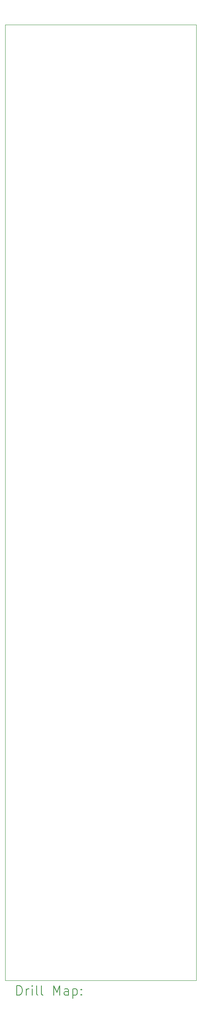
<source format=gbr>
%FSLAX45Y45*%
G04 Gerber Fmt 4.5, Leading zero omitted, Abs format (unit mm)*
G04 Created by KiCad (PCBNEW 6.0.5+dfsg-1~bpo11+1) date 2022-07-21 18:59:06*
%MOMM*%
%LPD*%
G01*
G04 APERTURE LIST*
%TA.AperFunction,Profile*%
%ADD10C,0.100000*%
%TD*%
%ADD11C,0.200000*%
G04 APERTURE END LIST*
D10*
X8382000Y-23559500D02*
X12446000Y-23559500D01*
X12446000Y-3239500D02*
X8382000Y-3239500D01*
X12446000Y-23559500D02*
X12446000Y-3239500D01*
X8382000Y-3239500D02*
X8382000Y-23559500D01*
D11*
X8634619Y-23874976D02*
X8634619Y-23674976D01*
X8682238Y-23674976D01*
X8710810Y-23684500D01*
X8729857Y-23703548D01*
X8739381Y-23722595D01*
X8748905Y-23760690D01*
X8748905Y-23789262D01*
X8739381Y-23827357D01*
X8729857Y-23846405D01*
X8710810Y-23865452D01*
X8682238Y-23874976D01*
X8634619Y-23874976D01*
X8834619Y-23874976D02*
X8834619Y-23741643D01*
X8834619Y-23779738D02*
X8844143Y-23760690D01*
X8853667Y-23751167D01*
X8872714Y-23741643D01*
X8891762Y-23741643D01*
X8958429Y-23874976D02*
X8958429Y-23741643D01*
X8958429Y-23674976D02*
X8948905Y-23684500D01*
X8958429Y-23694024D01*
X8967952Y-23684500D01*
X8958429Y-23674976D01*
X8958429Y-23694024D01*
X9082238Y-23874976D02*
X9063190Y-23865452D01*
X9053667Y-23846405D01*
X9053667Y-23674976D01*
X9187000Y-23874976D02*
X9167952Y-23865452D01*
X9158429Y-23846405D01*
X9158429Y-23674976D01*
X9415571Y-23874976D02*
X9415571Y-23674976D01*
X9482238Y-23817833D01*
X9548905Y-23674976D01*
X9548905Y-23874976D01*
X9729857Y-23874976D02*
X9729857Y-23770214D01*
X9720333Y-23751167D01*
X9701286Y-23741643D01*
X9663190Y-23741643D01*
X9644143Y-23751167D01*
X9729857Y-23865452D02*
X9710810Y-23874976D01*
X9663190Y-23874976D01*
X9644143Y-23865452D01*
X9634619Y-23846405D01*
X9634619Y-23827357D01*
X9644143Y-23808309D01*
X9663190Y-23798786D01*
X9710810Y-23798786D01*
X9729857Y-23789262D01*
X9825095Y-23741643D02*
X9825095Y-23941643D01*
X9825095Y-23751167D02*
X9844143Y-23741643D01*
X9882238Y-23741643D01*
X9901286Y-23751167D01*
X9910810Y-23760690D01*
X9920333Y-23779738D01*
X9920333Y-23836881D01*
X9910810Y-23855928D01*
X9901286Y-23865452D01*
X9882238Y-23874976D01*
X9844143Y-23874976D01*
X9825095Y-23865452D01*
X10006048Y-23855928D02*
X10015571Y-23865452D01*
X10006048Y-23874976D01*
X9996524Y-23865452D01*
X10006048Y-23855928D01*
X10006048Y-23874976D01*
X10006048Y-23751167D02*
X10015571Y-23760690D01*
X10006048Y-23770214D01*
X9996524Y-23760690D01*
X10006048Y-23751167D01*
X10006048Y-23770214D01*
M02*

</source>
